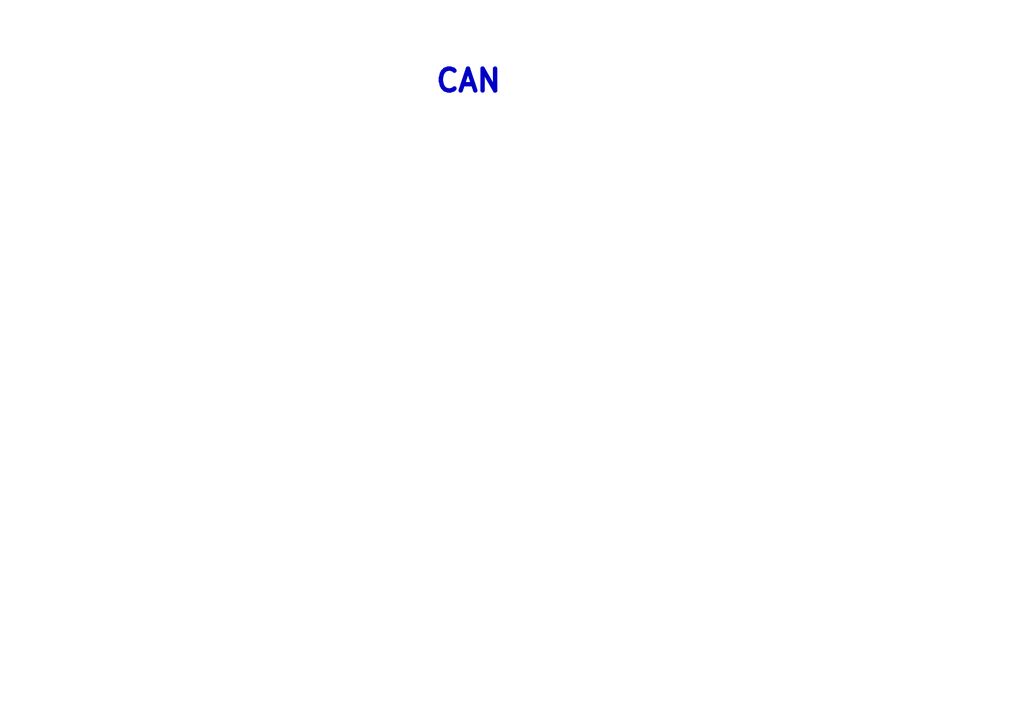
<source format=kicad_sch>
(kicad_sch
	(version 20250114)
	(generator "eeschema")
	(generator_version "9.0")
	(uuid "573cad53-1022-41d8-921e-a1dda1c440db")
	(paper "A4")
	(title_block
		(title "CAN")
		(date "2025-04-06")
		(rev "rev0")
		(company "DBtronics Inc.")
		(comment 1 "Dian Basit")
		(comment 2 "dianbasit@dbtronics.org")
		(comment 3 "+1 (587) 432-2486")
	)
	(lib_symbols)
	(text "${TITLE}\n"
		(exclude_from_sim no)
		(at 135.89 23.622 0)
		(effects
			(font
				(size 6.35 6.35)
				(thickness 1.27)
				(bold yes)
			)
		)
		(uuid "e278ba81-44b8-4467-8331-22a25811f098")
	)
)

</source>
